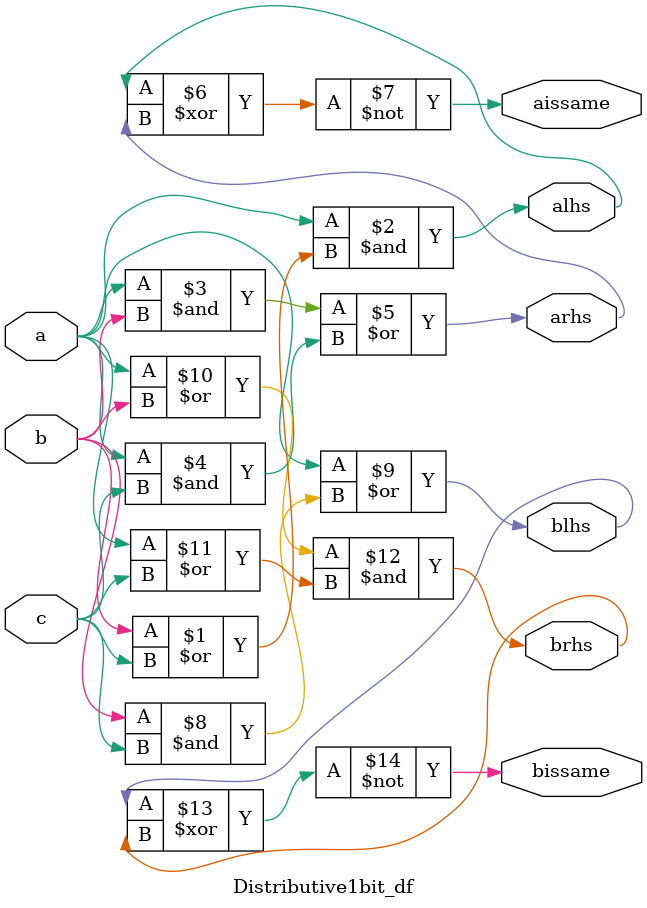
<source format=v>
`timescale 1ns/1ps

module Distributive1bit_df (
    input a, b, c,
    output alhs, arhs, aissame,
    output blhs, brhs, bissame
);
    assign alhs = a & (b | c);
    assign arhs = a & b | a & c;
    assign aissame = ~(alhs ^ arhs);

    assign blhs = a | b & c;
    assign brhs = (a | b) & (a | c);
    assign bissame = ~(blhs ^ brhs);
endmodule

</source>
